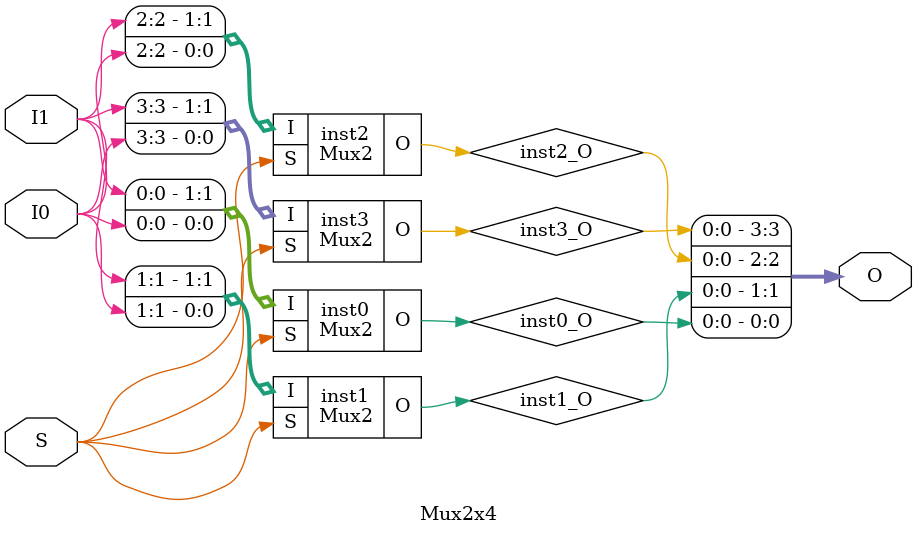
<source format=v>
module Mux2 (input [1:0] I, input  S, output  O);
wire  inst0_O;
SB_LUT4 #(.LUT_INIT(16'hCACA)) inst0 (.I0(I[0]), .I1(I[1]), .I2(S), .I3(1'b0), .O(inst0_O));
assign O = inst0_O;
endmodule

module Mux2x4 (input [3:0] I0, input [3:0] I1, input  S, output [3:0] O);
wire  inst0_O;
wire  inst1_O;
wire  inst2_O;
wire  inst3_O;
Mux2 inst0 (.I({I1[0],I0[0]}), .S(S), .O(inst0_O));
Mux2 inst1 (.I({I1[1],I0[1]}), .S(S), .O(inst1_O));
Mux2 inst2 (.I({I1[2],I0[2]}), .S(S), .O(inst2_O));
Mux2 inst3 (.I({I1[3],I0[3]}), .S(S), .O(inst3_O));
assign O = {inst3_O,inst2_O,inst1_O,inst0_O};
endmodule


</source>
